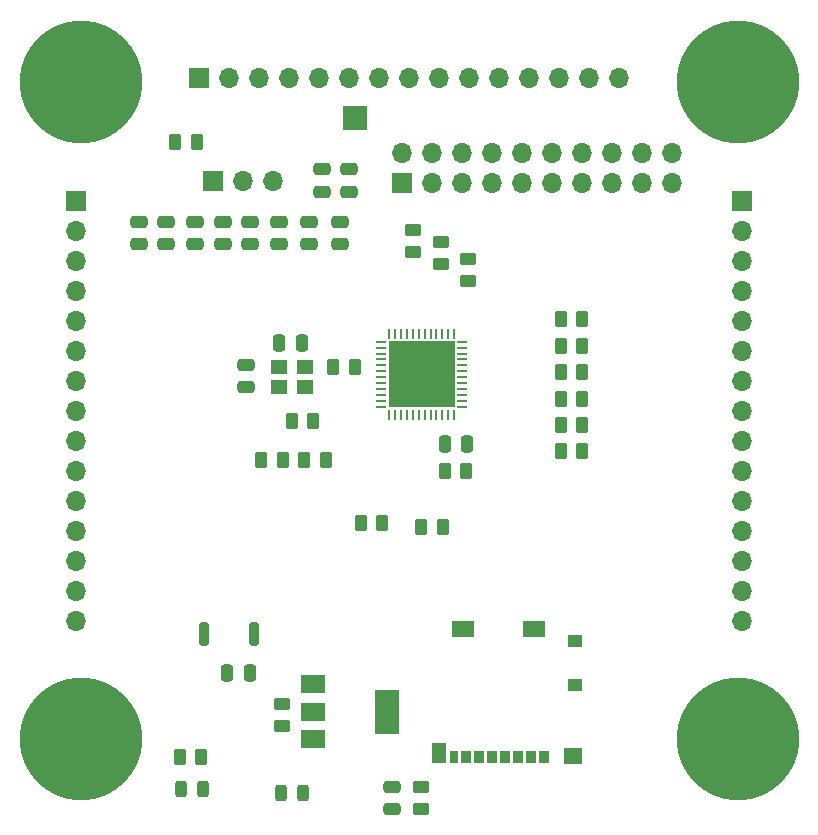
<source format=gbr>
%TF.GenerationSoftware,KiCad,Pcbnew,7.0.7*%
%TF.CreationDate,2024-02-10T00:47:22+05:30*%
%TF.ProjectId,MC_stack,4d435f73-7461-4636-9b2e-6b696361645f,rev?*%
%TF.SameCoordinates,Original*%
%TF.FileFunction,Soldermask,Top*%
%TF.FilePolarity,Negative*%
%FSLAX46Y46*%
G04 Gerber Fmt 4.6, Leading zero omitted, Abs format (unit mm)*
G04 Created by KiCad (PCBNEW 7.0.7) date 2024-02-10 00:47:22*
%MOMM*%
%LPD*%
G01*
G04 APERTURE LIST*
G04 Aperture macros list*
%AMRoundRect*
0 Rectangle with rounded corners*
0 $1 Rounding radius*
0 $2 $3 $4 $5 $6 $7 $8 $9 X,Y pos of 4 corners*
0 Add a 4 corners polygon primitive as box body*
4,1,4,$2,$3,$4,$5,$6,$7,$8,$9,$2,$3,0*
0 Add four circle primitives for the rounded corners*
1,1,$1+$1,$2,$3*
1,1,$1+$1,$4,$5*
1,1,$1+$1,$6,$7*
1,1,$1+$1,$8,$9*
0 Add four rect primitives between the rounded corners*
20,1,$1+$1,$2,$3,$4,$5,0*
20,1,$1+$1,$4,$5,$6,$7,0*
20,1,$1+$1,$6,$7,$8,$9,0*
20,1,$1+$1,$8,$9,$2,$3,0*%
G04 Aperture macros list end*
%ADD10RoundRect,0.250000X-0.262500X-0.450000X0.262500X-0.450000X0.262500X0.450000X-0.262500X0.450000X0*%
%ADD11RoundRect,0.250000X-0.475000X0.250000X-0.475000X-0.250000X0.475000X-0.250000X0.475000X0.250000X0*%
%ADD12R,1.400000X1.200000*%
%ADD13RoundRect,0.250000X0.262500X0.450000X-0.262500X0.450000X-0.262500X-0.450000X0.262500X-0.450000X0*%
%ADD14R,1.700000X1.700000*%
%ADD15O,1.700000X1.700000*%
%ADD16R,2.000000X1.500000*%
%ADD17R,2.000000X3.800000*%
%ADD18RoundRect,0.250000X-0.250000X-0.475000X0.250000X-0.475000X0.250000X0.475000X-0.250000X0.475000X0*%
%ADD19RoundRect,0.250000X0.450000X-0.262500X0.450000X0.262500X-0.450000X0.262500X-0.450000X-0.262500X0*%
%ADD20R,2.000000X2.000000*%
%ADD21RoundRect,0.243750X0.243750X0.456250X-0.243750X0.456250X-0.243750X-0.456250X0.243750X-0.456250X0*%
%ADD22RoundRect,0.250000X0.475000X-0.250000X0.475000X0.250000X-0.475000X0.250000X-0.475000X-0.250000X0*%
%ADD23RoundRect,0.250000X0.250000X0.475000X-0.250000X0.475000X-0.250000X-0.475000X0.250000X-0.475000X0*%
%ADD24R,0.850000X1.100000*%
%ADD25R,0.750000X1.100000*%
%ADD26R,1.200000X1.000000*%
%ADD27R,1.550000X1.350000*%
%ADD28R,1.900000X1.350000*%
%ADD29R,1.170000X1.800000*%
%ADD30RoundRect,0.062500X-0.375000X-0.062500X0.375000X-0.062500X0.375000X0.062500X-0.375000X0.062500X0*%
%ADD31RoundRect,0.062500X-0.062500X-0.375000X0.062500X-0.375000X0.062500X0.375000X-0.062500X0.375000X0*%
%ADD32R,5.600000X5.600000*%
%ADD33RoundRect,0.243750X-0.243750X-0.456250X0.243750X-0.456250X0.243750X0.456250X-0.243750X0.456250X0*%
%ADD34RoundRect,0.200000X-0.200000X-0.800000X0.200000X-0.800000X0.200000X0.800000X-0.200000X0.800000X0*%
%ADD35C,10.400000*%
G04 APERTURE END LIST*
D10*
%TO.C,R16*%
X156719900Y-87122000D03*
X158544900Y-87122000D03*
%TD*%
D11*
%TO.C,C8*%
X135382000Y-67731600D03*
X135382000Y-69631600D03*
%TD*%
%TO.C,C3*%
X123291600Y-67757000D03*
X123291600Y-69657000D03*
%TD*%
D10*
%TO.C,R10*%
X156719900Y-82753200D03*
X158544900Y-82753200D03*
%TD*%
D12*
%TO.C,X1*%
X132842000Y-81738800D03*
X135042000Y-81738800D03*
X135042000Y-80038800D03*
X132842000Y-80038800D03*
%TD*%
D11*
%TO.C,C7*%
X132892800Y-67741800D03*
X132892800Y-69641800D03*
%TD*%
D13*
%TO.C,R8*%
X146759300Y-93573600D03*
X144934300Y-93573600D03*
%TD*%
D14*
%TO.C,J1*%
X143256000Y-64465200D03*
D15*
X143256000Y-61925200D03*
X145796000Y-64465200D03*
X145796000Y-61925200D03*
X148336000Y-64465200D03*
X148336000Y-61925200D03*
X150876000Y-64465200D03*
X150876000Y-61925200D03*
X153416000Y-64465200D03*
X153416000Y-61925200D03*
X155956000Y-64465200D03*
X155956000Y-61925200D03*
X158496000Y-64465200D03*
X158496000Y-61925200D03*
X161036000Y-64465200D03*
X161036000Y-61925200D03*
X163576000Y-64465200D03*
X163576000Y-61925200D03*
X166116000Y-64465200D03*
X166116000Y-61925200D03*
%TD*%
D16*
%TO.C,Q1*%
X135737200Y-106920000D03*
X135737200Y-109220000D03*
D17*
X142037200Y-109220000D03*
D16*
X135737200Y-111520000D03*
%TD*%
D11*
%TO.C,C9*%
X138049000Y-67731600D03*
X138049000Y-69631600D03*
%TD*%
D10*
%TO.C,R1*%
X124463800Y-113080800D03*
X126288800Y-113080800D03*
%TD*%
D18*
%TO.C,C16*%
X128513800Y-105994200D03*
X130413800Y-105994200D03*
%TD*%
D11*
%TO.C,C2*%
X121056400Y-67757000D03*
X121056400Y-69657000D03*
%TD*%
D13*
%TO.C,R20*%
X125931300Y-61010800D03*
X124106300Y-61010800D03*
%TD*%
D19*
%TO.C,R14*%
X148844000Y-72743700D03*
X148844000Y-70918700D03*
%TD*%
D20*
%TO.C,TP1*%
X139319000Y-59004200D03*
%TD*%
D19*
%TO.C,R5*%
X144221200Y-70305300D03*
X144221200Y-68480300D03*
%TD*%
%TO.C,R4*%
X144932400Y-117447700D03*
X144932400Y-115622700D03*
%TD*%
D10*
%TO.C,R17*%
X135028300Y-87884000D03*
X136853300Y-87884000D03*
%TD*%
D21*
%TO.C,DS2*%
X134897100Y-116078000D03*
X133022100Y-116078000D03*
%TD*%
D11*
%TO.C,C6*%
X130403600Y-67757000D03*
X130403600Y-69657000D03*
%TD*%
%TO.C,C4*%
X125730000Y-67757000D03*
X125730000Y-69657000D03*
%TD*%
D18*
%TO.C,C15*%
X146928800Y-86563200D03*
X148828800Y-86563200D03*
%TD*%
D10*
%TO.C,R7*%
X131370700Y-87884000D03*
X133195700Y-87884000D03*
%TD*%
D22*
%TO.C,C13*%
X138785600Y-65212000D03*
X138785600Y-63312000D03*
%TD*%
D23*
%TO.C,C11*%
X134808000Y-78028800D03*
X132908000Y-78028800D03*
%TD*%
D10*
%TO.C,R12*%
X156718000Y-78232000D03*
X158543000Y-78232000D03*
%TD*%
%TO.C,R6*%
X139803500Y-93268800D03*
X141628500Y-93268800D03*
%TD*%
D19*
%TO.C,R15*%
X146558000Y-71321300D03*
X146558000Y-69496300D03*
%TD*%
D24*
%TO.C,U1*%
X155323400Y-113085400D03*
X154223400Y-113085400D03*
X153123400Y-113085400D03*
X152023400Y-113085400D03*
X150923400Y-113085400D03*
X149823400Y-113085400D03*
X148723400Y-113085400D03*
D25*
X147673400Y-113085400D03*
D26*
X157958400Y-106935400D03*
X157958400Y-103235400D03*
D27*
X157783400Y-112960400D03*
D28*
X154458400Y-102260400D03*
X148488400Y-102260400D03*
D29*
X146463400Y-112735400D03*
%TD*%
D22*
%TO.C,C1*%
X130081200Y-81772800D03*
X130081200Y-79872800D03*
%TD*%
D11*
%TO.C,C5*%
X128117600Y-67757000D03*
X128117600Y-69657000D03*
%TD*%
D30*
%TO.C,U2*%
X141528500Y-77909200D03*
X141528500Y-78409200D03*
X141528500Y-78909200D03*
X141528500Y-79409200D03*
X141528500Y-79909200D03*
X141528500Y-80409200D03*
X141528500Y-80909200D03*
X141528500Y-81409200D03*
X141528500Y-81909200D03*
X141528500Y-82409200D03*
X141528500Y-82909200D03*
X141528500Y-83409200D03*
D31*
X142216000Y-84096700D03*
X142716000Y-84096700D03*
X143216000Y-84096700D03*
X143716000Y-84096700D03*
X144216000Y-84096700D03*
X144716000Y-84096700D03*
X145216000Y-84096700D03*
X145716000Y-84096700D03*
X146216000Y-84096700D03*
X146716000Y-84096700D03*
X147216000Y-84096700D03*
X147716000Y-84096700D03*
D30*
X148403500Y-83409200D03*
X148403500Y-82909200D03*
X148403500Y-82409200D03*
X148403500Y-81909200D03*
X148403500Y-81409200D03*
X148403500Y-80909200D03*
X148403500Y-80409200D03*
X148403500Y-79909200D03*
X148403500Y-79409200D03*
X148403500Y-78909200D03*
X148403500Y-78409200D03*
X148403500Y-77909200D03*
D31*
X147716000Y-77221700D03*
X147216000Y-77221700D03*
X146716000Y-77221700D03*
X146216000Y-77221700D03*
X145716000Y-77221700D03*
X145216000Y-77221700D03*
X144716000Y-77221700D03*
X144216000Y-77221700D03*
X143716000Y-77221700D03*
X143216000Y-77221700D03*
X142716000Y-77221700D03*
X142216000Y-77221700D03*
D32*
X144966000Y-80659200D03*
%TD*%
D10*
%TO.C,R19*%
X146915500Y-88849200D03*
X148740500Y-88849200D03*
%TD*%
%TO.C,R13*%
X156719900Y-75946000D03*
X158544900Y-75946000D03*
%TD*%
D14*
%TO.C,J2*%
X127330200Y-64262000D03*
D15*
X129870200Y-64262000D03*
X132410200Y-64262000D03*
%TD*%
D13*
%TO.C,R9*%
X158544900Y-80467200D03*
X156719900Y-80467200D03*
%TD*%
D10*
%TO.C,R3*%
X133961500Y-84582000D03*
X135786500Y-84582000D03*
%TD*%
D19*
%TO.C,R18*%
X133146800Y-110437300D03*
X133146800Y-108612300D03*
%TD*%
D10*
%TO.C,R2*%
X137464800Y-80060800D03*
X139289800Y-80060800D03*
%TD*%
D33*
%TO.C,DS1*%
X124589300Y-115773200D03*
X126464300Y-115773200D03*
%TD*%
D10*
%TO.C,R11*%
X156719900Y-84937600D03*
X158544900Y-84937600D03*
%TD*%
D11*
%TO.C,C12*%
X136550400Y-63312000D03*
X136550400Y-65212000D03*
%TD*%
%TO.C,C14*%
X142417800Y-115585200D03*
X142417800Y-117485200D03*
%TD*%
D34*
%TO.C,SW1*%
X126551000Y-102616000D03*
X130751000Y-102616000D03*
%TD*%
D14*
%TO.C,U3*%
X172111400Y-65990200D03*
D15*
X172111400Y-68530200D03*
X172111400Y-71070200D03*
X172111400Y-73610200D03*
X172111400Y-76150200D03*
X172111400Y-78690200D03*
X172111400Y-81230200D03*
X172111400Y-83770200D03*
X172111400Y-86310200D03*
X172111400Y-88850200D03*
X172111400Y-91390200D03*
X172111400Y-93930200D03*
X172111400Y-96470200D03*
X172111400Y-99010200D03*
X172111400Y-101550200D03*
X115711400Y-101520200D03*
X115711400Y-98980200D03*
X115711400Y-96440200D03*
X115711400Y-93900200D03*
X115711400Y-91360200D03*
X115711400Y-88820200D03*
X115711400Y-86280200D03*
X115711400Y-83740200D03*
X115711400Y-81200200D03*
X115711400Y-78660200D03*
X115711400Y-76120200D03*
X115711400Y-73580200D03*
X115711400Y-71040200D03*
X115711400Y-68500200D03*
D14*
X115711400Y-65960200D03*
X126136400Y-55575200D03*
D15*
X128676400Y-55575200D03*
X131216400Y-55575200D03*
X133756400Y-55575200D03*
X136296400Y-55575200D03*
X138836400Y-55575200D03*
X141376400Y-55575200D03*
X143916400Y-55575200D03*
X146456400Y-55575200D03*
X148996400Y-55575200D03*
X151536400Y-55575200D03*
X154076400Y-55575200D03*
X156616400Y-55575200D03*
X159156400Y-55575200D03*
X161696400Y-55575200D03*
D35*
X171711400Y-111575200D03*
X116111400Y-111575200D03*
X116111400Y-55875200D03*
X171711400Y-55890200D03*
%TD*%
M02*

</source>
